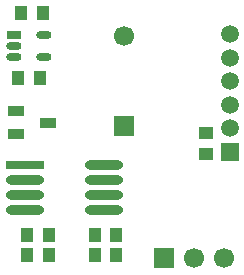
<source format=gts>
G04 Layer_Color=8388736*
%FSTAX42Y42*%
%MOMM*%
G71*
G01*
G75*
%ADD31R,1.15X1.00*%
%ADD32R,1.00X1.15*%
%ADD33O,1.30X0.65*%
%ADD34R,1.30X0.65*%
%ADD35R,1.40X0.85*%
%ADD36O,3.25X0.80*%
%ADD37R,3.25X0.80*%
%ADD38O,3.26X0.80*%
%ADD39C,1.50*%
%ADD40R,1.50X1.50*%
%ADD41C,1.70*%
%ADD42R,1.70X1.70*%
%ADD43R,1.70X1.70*%
D31*
X025828Y042529D02*
D03*
Y042709D02*
D03*
D32*
X024263Y043719D02*
D03*
X024443D02*
D03*
X024418Y043169D02*
D03*
X024238D02*
D03*
X024493Y041669D02*
D03*
X024313D02*
D03*
X024493Y041844D02*
D03*
X024313D02*
D03*
X024888Y041669D02*
D03*
X025068D02*
D03*
X024888Y041844D02*
D03*
X025068D02*
D03*
D33*
X024458Y043539D02*
D03*
Y043349D02*
D03*
X024196Y043444D02*
D03*
Y043349D02*
D03*
D34*
Y043539D02*
D03*
D35*
X024221Y042699D02*
D03*
Y042889D02*
D03*
X024486Y042794D02*
D03*
D36*
X02496Y04218D02*
D03*
Y042307D02*
D03*
X024296Y042053D02*
D03*
Y04218D02*
D03*
Y042307D02*
D03*
X02496Y042053D02*
D03*
D37*
X024296Y042434D02*
D03*
D38*
X02496D02*
D03*
D39*
X026028Y043544D02*
D03*
Y043344D02*
D03*
Y043144D02*
D03*
Y042744D02*
D03*
Y042944D02*
D03*
D40*
Y042544D02*
D03*
D41*
X025128Y043525D02*
D03*
X025728Y041644D02*
D03*
X025982D02*
D03*
D42*
X025128Y042763D02*
D03*
D43*
X025474Y041644D02*
D03*
M02*

</source>
